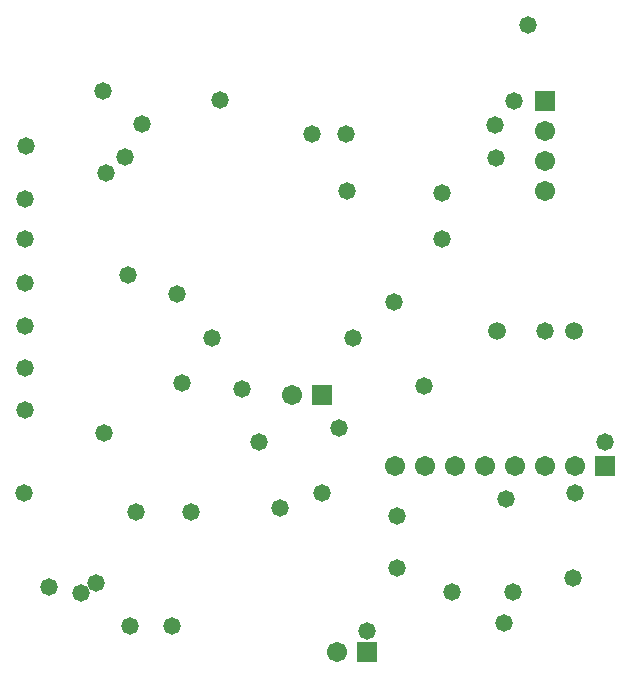
<source format=gbs>
G04*
G04 #@! TF.GenerationSoftware,Altium Limited,Altium Designer,18.1.7 (191)*
G04*
G04 Layer_Color=16711935*
%FSLAX25Y25*%
%MOIN*%
G70*
G01*
G75*
%ADD57R,0.06706X0.06706*%
%ADD58C,0.06706*%
%ADD59R,0.06706X0.06706*%
%ADD60C,0.05918*%
%ADD61C,0.05800*%
D57*
X306996Y331819D02*
D03*
X212500Y355500D02*
D03*
X227500Y270000D02*
D03*
D58*
X296996Y331819D02*
D03*
X286996D02*
D03*
X276996D02*
D03*
X266996D02*
D03*
X256996D02*
D03*
X246996D02*
D03*
X236996D02*
D03*
X287000Y423500D02*
D03*
Y433500D02*
D03*
Y443500D02*
D03*
X202500Y355500D02*
D03*
X217500Y270000D02*
D03*
D59*
X287000Y453500D02*
D03*
D60*
X296590Y377000D02*
D03*
X271000D02*
D03*
D61*
X166000Y359500D02*
D03*
X186000Y357500D02*
D03*
X274000Y321000D02*
D03*
X296996Y322819D02*
D03*
X148000Y395500D02*
D03*
X152500Y446000D02*
D03*
X246500Y358500D02*
D03*
X191500Y340000D02*
D03*
X164315Y389185D02*
D03*
X132181Y289500D02*
D03*
X140500Y429500D02*
D03*
X140000Y342989D02*
D03*
X113181Y323000D02*
D03*
X212500D02*
D03*
X218235Y344500D02*
D03*
X162543Y278500D02*
D03*
X148543Y278543D02*
D03*
X169000Y316500D02*
D03*
X150485D02*
D03*
X137328Y293000D02*
D03*
X121500Y291500D02*
D03*
X198445Y318000D02*
D03*
X227500Y277000D02*
D03*
X178500Y454000D02*
D03*
X176000Y374500D02*
D03*
X223000D02*
D03*
X281327Y479000D02*
D03*
X270500Y434500D02*
D03*
X306996Y339819D02*
D03*
X276500Y453500D02*
D03*
X270374Y445500D02*
D03*
X252500Y423000D02*
D03*
X209232Y442500D02*
D03*
X220500D02*
D03*
X296311Y294504D02*
D03*
X255996Y289819D02*
D03*
X237496Y315319D02*
D03*
Y297819D02*
D03*
X273366Y279689D02*
D03*
X276417Y289819D02*
D03*
X113784Y438500D02*
D03*
X252500Y407500D02*
D03*
X287059Y377000D02*
D03*
X236500Y386500D02*
D03*
X221000Y423500D02*
D03*
X139500Y457000D02*
D03*
X113547Y421047D02*
D03*
X113500Y407500D02*
D03*
Y393000D02*
D03*
X113547Y378500D02*
D03*
Y364500D02*
D03*
X113500Y350500D02*
D03*
X147000Y435000D02*
D03*
M02*

</source>
